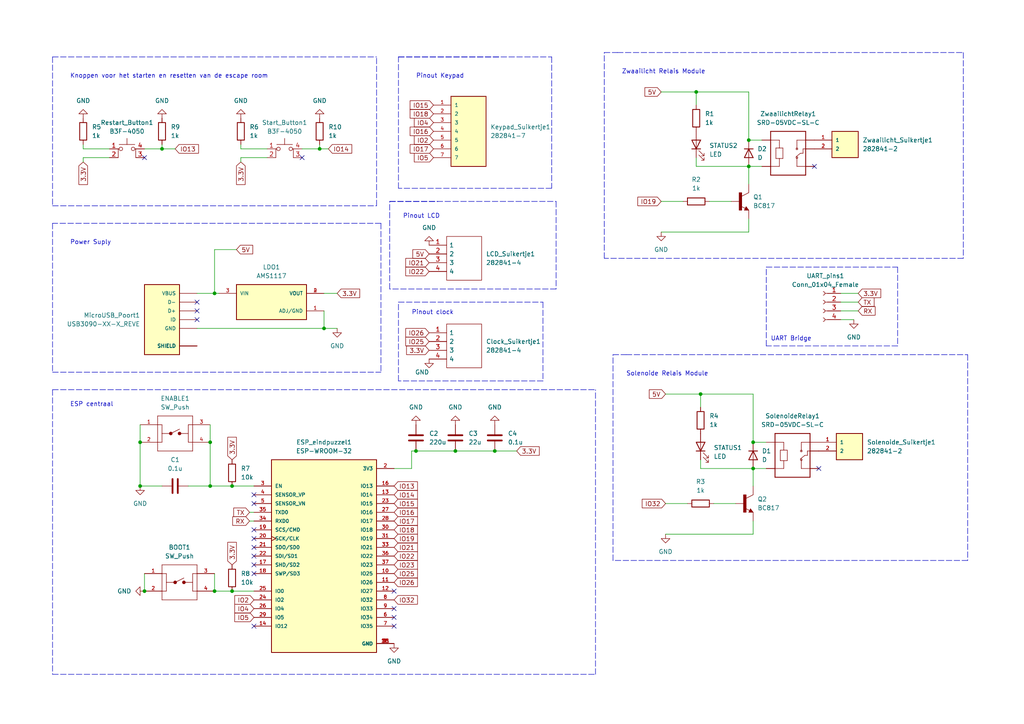
<source format=kicad_sch>
(kicad_sch (version 20211123) (generator eeschema)
  (paper "A4")
  (title_block (title "Eindpuzzel schakeling") (date "2022-03-29") (company "KULeuven") (comment 1 "Bachlorproef 2022"))
  (lib_symbols
    (symbol "282841-2:282841-2" (pin_names (offset 1.016))
      (property "Reference" "J" (at 0 10.16 0))
      (property "Value" "282841-2" (at 0 -7.62 0))
      (symbol "282841-2_0_0"
        (rectangle (start -5.08 -2.54) (end 2.54 5.08) (stroke (width 0.254)) (fill (type background)))
        (pin passive line (at -10.16 2.54 0) (length 5.08) (name "1") (number "1"))
        (pin passive line (at -10.16 0 0) (length 5.08) (name "2") (number "2"))
      )
    )
    (symbol "282841-4:282841-4" (pin_names (offset 0.762))
      (property "Reference" "J" (at 16.51 7.62 0))
      (property "Value" "282841-4" (at 16.51 5.08 0))
      (symbol "282841-4_0_0"
        (pin passive line (at 0 0 0) (length 5.08) (name "1") (number "1"))
        (pin passive line (at 0 -2.54 0) (length 5.08) (name "2") (number "2"))
        (pin passive line (at 0 -5.08 0) (length 5.08) (name "3") (number "3"))
        (pin passive line (at 0 -7.62 0) (length 5.08) (name "4") (number "4"))
      )
      (symbol "282841-4_0_1"
        (polyline (pts (xy 5.08 2.54) (xy 15.24 2.54) (xy 15.24 -10.16) (xy 5.08 -10.16) (xy 5.08 2.54)) (stroke (width 0.1524)))
      )
    )
    (symbol "282841-7:282841-7" (pin_names (offset 1.016))
      (property "Reference" "J" (at -5.588 10.16 0))
      (property "Value" "282841-7" (at -5.08 -12.7 0))
      (symbol "282841-7_0_0"
        (rectangle (start -5.08 -10.16) (end 5.08 10.16) (stroke (width 0.254)) (fill (type background)))
        (pin passive line (at -10.16 7.62 0) (length 5.08) (name "1") (number "1"))
        (pin passive line (at -10.16 5.08 0) (length 5.08) (name "2") (number "2"))
        (pin passive line (at -10.16 2.54 0) (length 5.08) (name "3") (number "3"))
        (pin passive line (at -10.16 0 0) (length 5.08) (name "4") (number "4"))
        (pin passive line (at -10.16 -2.54 0) (length 5.08) (name "5") (number "5"))
        (pin passive line (at -10.16 -5.08 0) (length 5.08) (name "6") (number "6"))
        (pin passive line (at -10.16 -7.62 0) (length 5.08) (name "7") (number "7"))
      )
    )
    (symbol "3-1825910-1:3-1825910-1" (pin_names (offset 1.016) hide)
      (property "Reference" "SW" (at -5.08 5.588 0))
      (property "Value" "3-1825910-1" (at -5.08 -7.62 0))
      (symbol "3-1825910-1_0_0"
        (circle (center -1.27 0) (radius 0.254) (stroke (width 0.508)))
        (polyline (pts (xy -5.08 -5.08) (xy -5.08 -2.54)) (stroke (width 0.1524)))
        (polyline (pts (xy -5.08 -2.54) (xy -5.08 2.54)) (stroke (width 0.1524)))
        (polyline (pts (xy -5.08 2.54) (xy -5.08 5.08)) (stroke (width 0.1524)))
        (polyline (pts (xy -5.08 2.54) (xy -3.81 2.54)) (stroke (width 0.1524)))
        (polyline (pts (xy -5.08 5.08) (xy 5.08 5.08)) (stroke (width 0.1524)))
        (polyline (pts (xy -3.81 -2.54) (xy -5.08 -2.54)) (stroke (width 0.1524)))
        (polyline (pts (xy -3.81 0) (xy -3.81 -2.54)) (stroke (width 0.1524)))
        (polyline (pts (xy -3.81 0) (xy -1.27 0)) (stroke (width 0.1524)))
        (polyline (pts (xy -3.81 2.54) (xy -3.81 0)) (stroke (width 0.1524)))
        (polyline (pts (xy -1.27 0) (xy 1.27 1.27)) (stroke (width 0.1524)))
        (polyline (pts (xy 1.27 0) (xy 3.81 0)) (stroke (width 0.1524)))
        (polyline (pts (xy 3.81 -2.54) (xy 5.08 -2.54)) (stroke (width 0.1524)))
        (polyline (pts (xy 3.81 0) (xy 3.81 -2.54)) (stroke (width 0.1524)))
        (polyline (pts (xy 3.81 0) (xy 3.81 2.54)) (stroke (width 0.1524)))
        (polyline (pts (xy 3.81 2.54) (xy 5.08 2.54)) (stroke (width 0.1524)))
        (polyline (pts (xy 5.08 -5.08) (xy -5.08 -5.08)) (stroke (width 0.1524)))
        (polyline (pts (xy 5.08 -2.54) (xy 5.08 -5.08)) (stroke (width 0.1524)))
        (polyline (pts (xy 5.08 2.54) (xy 5.08 -2.54)) (stroke (width 0.1524)))
        (polyline (pts (xy 5.08 5.08) (xy 5.08 2.54)) (stroke (width 0.1524)))
        (circle (center 1.27 0) (radius 0.254) (stroke (width 0.508)))
        (pin passive line (at -10.16 2.54 0) (length 5.08) (name "~") (number "1"))
        (pin passive line (at -10.16 -2.54 0) (length 5.08) (name "~") (number "2"))
        (pin passive line (at 10.16 2.54 180) (length 5.08) (name "~") (number "3"))
        (pin passive line (at 10.16 -2.54 180) (length 5.08) (name "~") (number "4"))
      )
    )
    (symbol "AMS1117:AMS1117" (pin_names (offset 1.016))
      (property "Reference" "U" (at -10.16 5.588 0))
      (property "Value" "AMS1117" (at -10.16 -8.128 0))
      (symbol "AMS1117_0_0"
        (rectangle (start -10.16 -5.08) (end 10.16 5.08) (stroke (width 0.254)) (fill (type background)))
        (pin power_in line (at 15.24 -2.54 180) (length 5.08) (name "ADJ/GND") (number "1"))
        (pin output line (at 15.24 2.54 180) (length 5.08) (name "VOUT") (number "2"))
        (pin input line (at -15.24 2.54 0) (length 5.08) (name "VIN") (number "3"))
        (pin output line (at 15.24 2.54 180) (length 5.08) (name "VOUT") (number "4"))
      )
    )
    (symbol "BC817:BC817" (pin_numbers hide) (pin_names (offset 1.016) hide)
      (property "Reference" "Q" (at -10.16 7.62 0))
      (property "Value" "BC817" (at -10.16 -7.62 0))
      (symbol "BC817_0_0"
        (rectangle (start -0.254 -2.54) (end 0.508 2.54) (fill (type outline)))
        (polyline (pts (xy 1.27 -2.54) (xy 1.778 -1.524)) (stroke (width 0.1524)))
        (polyline (pts (xy 1.524 -2.413) (xy 2.286 -2.413)) (stroke (width 0.254)))
        (polyline (pts (xy 1.524 -2.286) (xy 1.905 -2.286)) (stroke (width 0.254)))
        (polyline (pts (xy 1.5494 -2.032) (xy 0.3048 -1.4224)) (stroke (width 0.1524)))
        (polyline (pts (xy 1.778 -1.778) (xy 1.524 -2.286)) (stroke (width 0.254)))
        (polyline (pts (xy 1.778 -1.524) (xy 2.54 -2.54)) (stroke (width 0.1524)))
        (polyline (pts (xy 1.905 -2.286) (xy 1.778 -2.032)) (stroke (width 0.254)))
        (polyline (pts (xy 2.286 -2.413) (xy 1.778 -1.778)) (stroke (width 0.254)))
        (polyline (pts (xy 2.54 -2.54) (xy 1.27 -2.54)) (stroke (width 0.1524)))
        (polyline (pts (xy 2.54 2.54) (xy 0.508 1.524)) (stroke (width 0.1524)))
        (pin passive line (at -2.54 0 0) (length 2.54) (name "~") (number "1"))
        (pin passive line (at 2.54 -5.08 90) (length 2.54) (name "~") (number "2"))
        (pin passive line (at 2.54 5.08 270) (length 2.54) (name "~") (number "3"))
      )
    )
    (symbol "Connector:Conn_01x04_Female" (pin_names (offset 1.016) hide)
      (property "Reference" "J" (at 0 5.08 0))
      (property "Value" "Conn_01x04_Female" (at 0 -7.62 0))
      (symbol "Conn_01x04_Female_1_1"
        (arc (start 0 -4.572) (mid -0.508 -5.08) (end 0 -5.588) (stroke (width 0.1524)))
        (arc (start 0 -2.032) (mid -0.508 -2.54) (end 0 -3.048) (stroke (width 0.1524)))
        (polyline (pts (xy -1.27 -5.08) (xy -0.508 -5.08)) (stroke (width 0.1524)))
        (polyline (pts (xy -1.27 -2.54) (xy -0.508 -2.54)) (stroke (width 0.1524)))
        (polyline (pts (xy -1.27 0) (xy -0.508 0)) (stroke (width 0.1524)))
        (polyline (pts (xy -1.27 2.54) (xy -0.508 2.54)) (stroke (width 0.1524)))
        (arc (start 0 0.508) (mid -0.508 0) (end 0 -0.508) (stroke (width 0.1524)))
        (arc (start 0 3.048) (mid -0.508 2.54) (end 0 2.032) (stroke (width 0.1524)))
        (pin passive line (at -5.08 2.54 0) (length 3.81) (name "Pin_1") (number "1"))
        (pin passive line (at -5.08 0 0) (length 3.81) (name "Pin_2") (number "2"))
        (pin passive line (at -5.08 -2.54 0) (length 3.81) (name "Pin_3") (number "3"))
        (pin passive line (at -5.08 -5.08 0) (length 3.81) (name "Pin_4") (number "4"))
      )
    )
    (symbol "Device:C" (pin_numbers hide) (pin_names (offset 0.254))
      (property "Reference" "C" (at 0.635 2.54 0))
      (property "Value" "C" (at 0.635 -2.54 0))
      (symbol "C_0_1"
        (polyline (pts (xy -2.032 -0.762) (xy 2.032 -0.762)) (stroke (width 0.508)))
        (polyline (pts (xy -2.032 0.762) (xy 2.032 0.762)) (stroke (width 0.508)))
      )
      (symbol "C_1_1"
        (pin passive line (at 0 3.81 270) (length 2.794) (name "~") (number "1"))
        (pin passive line (at 0 -3.81 90) (length 2.794) (name "~") (number "2"))
      )
    )
    (symbol "Device:D" (pin_numbers hide) (pin_names (offset 1.016) hide)
      (property "Reference" "D" (at 0 2.54 0))
      (property "Value" "D" (at 0 -2.54 0))
      (symbol "D_0_1"
        (polyline (pts (xy -1.27 1.27) (xy -1.27 -1.27)) (stroke (width 0.254)))
        (polyline (pts (xy 1.27 0) (xy -1.27 0)))
        (polyline (pts (xy 1.27 1.27) (xy 1.27 -1.27) (xy -1.27 0) (xy 1.27 1.27)) (stroke (width 0.254)))
      )
      (symbol "D_1_1"
        (pin passive line (at -3.81 0 0) (length 2.54) (name "K") (number "1"))
        (pin passive line (at 3.81 0 180) (length 2.54) (name "A") (number "2"))
      )
    )
    (symbol "Device:LED" (pin_numbers hide) (pin_names (offset 1.016) hide)
      (property "Reference" "D" (at 0 2.54 0))
      (property "Value" "LED" (at 0 -2.54 0))
      (symbol "LED_0_1"
        (polyline (pts (xy -1.27 -1.27) (xy -1.27 1.27)) (stroke (width 0.254)))
        (polyline (pts (xy -1.27 0) (xy 1.27 0)))
        (polyline (pts (xy 1.27 -1.27) (xy 1.27 1.27) (xy -1.27 0) (xy 1.27 -1.27)) (stroke (width 0.254)))
        (polyline (pts (xy -3.048 -0.762) (xy -4.572 -2.286) (xy -3.81 -2.286) (xy -4.572 -2.286) (xy -4.572 -1.524)))
        (polyline (pts (xy -1.778 -0.762) (xy -3.302 -2.286) (xy -2.54 -2.286) (xy -3.302 -2.286) (xy -3.302 -1.524)))
      )
      (symbol "LED_1_1"
        (pin passive line (at -3.81 0 0) (length 2.54) (name "K") (number "1"))
        (pin passive line (at 3.81 0 180) (length 2.54) (name "A") (number "2"))
      )
    )
    (symbol "Device:R" (pin_numbers hide) (pin_names (offset 0))
      (property "Reference" "R" (at 2.032 0 90))
      (property "Value" "R" (at 0 0 90))
      (symbol "R_0_1"
        (rectangle (start -1.016 -2.54) (end 1.016 2.54) (stroke (width 0.254)))
      )
      (symbol "R_1_1"
        (pin passive line (at 0 3.81 270) (length 1.27) (name "~") (number "1"))
        (pin passive line (at 0 -3.81 90) (length 1.27) (name "~") (number "2"))
      )
    )
    (symbol "ESP-WROOM-32:ESP-WROOM-32" (pin_names (offset 1.016))
      (property "Reference" "U" (at -15.2654 28.4988 0))
      (property "Value" "ESP-WROOM-32" (at -15.2654 -31.0642 0))
      (symbol "ESP-WROOM-32_0_0"
        (rectangle (start -15.24 -27.94) (end 15.24 27.94) (stroke (width 0.254)) (fill (type background)))
        (pin power_in line (at 20.32 -25.4 180) (length 5.08) (name "GND") (number "1"))
        (pin power_in line (at 20.32 -25.4 180) (length 5.08) (name "GND") (number "1.1"))
        (pin bidirectional line (at 20.32 -5.08 180) (length 5.08) (name "IO25") (number "10"))
        (pin bidirectional line (at 20.32 -7.62 180) (length 5.08) (name "IO26") (number "11"))
        (pin bidirectional line (at 20.32 -10.16 180) (length 5.08) (name "IO27") (number "12"))
        (pin bidirectional line (at 20.32 17.78 180) (length 5.08) (name "IO14") (number "13"))
        (pin bidirectional line (at -20.32 -20.32 0) (length 5.08) (name "IO12") (number "14"))
        (pin power_in line (at 20.32 -25.4 180) (length 5.08) (name "GND") (number "15"))
        (pin bidirectional line (at 20.32 20.32 180) (length 5.08) (name "IO13") (number "16"))
        (pin bidirectional line (at -20.32 -2.54 0) (length 5.08) (name "SHD/SD2") (number "17"))
        (pin bidirectional line (at -20.32 -5.08 0) (length 5.08) (name "SWP/SD3") (number "18"))
        (pin bidirectional line (at -20.32 7.62 0) (length 5.08) (name "SCS/CMD") (number "19"))
        (pin power_in line (at 20.32 25.4 180) (length 5.08) (name "3V3") (number "2"))
        (pin bidirectional clock (at -20.32 5.08 0) (length 5.08) (name "SCK/CLK") (number "20"))
        (pin bidirectional line (at -20.32 2.54 0) (length 5.08) (name "SDO/SD0") (number "21"))
        (pin bidirectional line (at -20.32 0 0) (length 5.08) (name "SDI/SD1") (number "22"))
        (pin bidirectional line (at 20.32 15.24 180) (length 5.08) (name "IO15") (number "23"))
        (pin bidirectional line (at -20.32 -12.7 0) (length 5.08) (name "IO2") (number "24"))
        (pin bidirectional line (at -20.32 -10.16 0) (length 5.08) (name "IO0") (number "25"))
        (pin bidirectional line (at -20.32 -15.24 0) (length 5.08) (name "IO4") (number "26"))
        (pin bidirectional line (at 20.32 12.7 180) (length 5.08) (name "IO16") (number "27"))
        (pin bidirectional line (at 20.32 10.16 180) (length 5.08) (name "IO17") (number "28"))
        (pin bidirectional line (at -20.32 -17.78 0) (length 5.08) (name "IO5") (number "29"))
        (pin input line (at -20.32 20.32 0) (length 5.08) (name "EN") (number "3"))
        (pin bidirectional line (at 20.32 7.62 180) (length 5.08) (name "IO18") (number "30"))
        (pin bidirectional line (at 20.32 5.08 180) (length 5.08) (name "IO19") (number "31"))
        (pin bidirectional line (at 20.32 2.54 180) (length 5.08) (name "IO21") (number "33"))
        (pin bidirectional line (at -20.32 10.16 0) (length 5.08) (name "RXD0") (number "34"))
        (pin bidirectional line (at -20.32 12.7 0) (length 5.08) (name "TXD0") (number "35"))
        (pin bidirectional line (at 20.32 0 180) (length 5.08) (name "IO22") (number "36"))
        (pin bidirectional line (at 20.32 -2.54 180) (length 5.08) (name "IO23") (number "37"))
        (pin power_in line (at 20.32 -25.4 180) (length 5.08) (name "GND") (number "38"))
        (pin input line (at -20.32 17.78 0) (length 5.08) (name "SENSOR_VP") (number "4"))
        (pin input line (at -20.32 15.24 0) (length 5.08) (name "SENSOR_VN") (number "5"))
        (pin bidirectional line (at 20.32 -17.78 180) (length 5.08) (name "IO34") (number "6"))
        (pin bidirectional line (at 20.32 -20.32 180) (length 5.08) (name "IO35") (number "7"))
        (pin bidirectional line (at 20.32 -12.7 180) (length 5.08) (name "IO32") (number "8"))
        (pin bidirectional line (at 20.32 -15.24 180) (length 5.08) (name "IO33") (number "9"))
      )
    )
    (symbol "SRD-05VDC-SL-C:SRD-05VDC-SL-C" (pin_numbers hide) (pin_names (offset 1.016) hide)
      (property "Reference" "K" (at -5.08 5.842 0))
      (property "Value" "SRD-05VDC-SL-C" (at -5.08 -10.16 0))
      (symbol "SRD-05VDC-SL-C_0_0"
        (polyline (pts (xy -5.08 -7.62) (xy -5.08 5.08)) (stroke (width 0.254)))
        (polyline (pts (xy -5.08 2.54) (xy -2.54 2.54)) (stroke (width 0.1524)))
        (polyline (pts (xy -5.08 5.08) (xy 5.08 5.08)) (stroke (width 0.254)))
        (polyline (pts (xy -3.556 -2.794) (xy -2.54 -2.794)) (stroke (width 0.1524)))
        (polyline (pts (xy -3.556 0.254) (xy -3.556 -2.794)) (stroke (width 0.1524)))
        (polyline (pts (xy -2.54 -5.08) (xy -5.08 -5.08)) (stroke (width 0.1524)))
        (polyline (pts (xy -2.54 -2.794) (xy -2.54 -5.08)) (stroke (width 0.1524)))
        (polyline (pts (xy -2.54 -2.794) (xy -1.524 -2.794)) (stroke (width 0.1524)))
        (polyline (pts (xy -2.54 0.254) (xy -3.556 0.254)) (stroke (width 0.1524)))
        (polyline (pts (xy -2.54 2.54) (xy -2.54 0.254)) (stroke (width 0.1524)))
        (polyline (pts (xy -1.524 -2.794) (xy -1.524 0.254)) (stroke (width 0.1524)))
        (polyline (pts (xy -1.524 0.254) (xy -2.54 0.254)) (stroke (width 0.1524)))
        (polyline (pts (xy 2.54 -5.08) (xy 5.08 -5.08)) (stroke (width 0.1524)))
        (polyline (pts (xy 2.54 -2.54) (xy 2.54 -5.08)) (stroke (width 0.1524)))
        (polyline (pts (xy 2.54 2.54) (xy 2.54 0)) (stroke (width 0.1524)))
        (polyline (pts (xy 3.556 -1.27) (xy 2.286 -2.286)) (stroke (width 0.1524)))
        (polyline (pts (xy 3.556 -1.27) (xy 4.318 -1.27)) (stroke (width 0.1524)))
        (polyline (pts (xy 4.318 -1.27) (xy 4.318 0)) (stroke (width 0.1524)))
        (polyline (pts (xy 4.318 0) (xy 5.08 0)) (stroke (width 0.1524)))
        (polyline (pts (xy 5.08 -7.62) (xy -5.08 -7.62)) (stroke (width 0.254)))
        (polyline (pts (xy 5.08 0) (xy 5.08 -7.62)) (stroke (width 0.254)))
        (polyline (pts (xy 5.08 2.54) (xy 2.54 2.54)) (stroke (width 0.1524)))
        (polyline (pts (xy 5.08 5.08) (xy 5.08 0)) (stroke (width 0.254)))
        (circle (center 2.54 -2.54) (radius 0.254) (stroke (width 0.1524)))
        (circle (center 2.54 0) (radius 0.254) (stroke (width 0.1524)))
        (pin passive line (at -7.62 2.54 0) (length 2.54) (name "~") (number "A1"))
        (pin passive line (at -7.62 -5.08 0) (length 2.54) (name "~") (number "A2"))
        (pin passive line (at 7.62 0 180) (length 2.54) (name "~") (number "COM"))
        (pin passive line (at 7.62 -5.08 180) (length 2.54) (name "~") (number "NC"))
        (pin passive line (at 7.62 2.54 180) (length 2.54) (name "~") (number "NO"))
      )
    )
    (symbol "Switch:SW_MEC_5E" (pin_names (offset 1.016) hide)
      (property "Reference" "SW" (at 0.635 5.715 0))
      (property "Value" "SW_MEC_5E" (at 0 -3.175 0))
      (symbol "SW_MEC_5E_0_1"
        (circle (center -1.778 2.54) (radius 0.508))
        (polyline (pts (xy -2.286 3.81) (xy 2.286 3.81)))
        (polyline (pts (xy 0 3.81) (xy 0 5.588)))
        (polyline (pts (xy -2.54 0) (xy -2.54 2.54) (xy -2.286 2.54)))
        (polyline (pts (xy 2.54 0) (xy 2.54 2.54) (xy 2.286 2.54)))
        (circle (center 1.778 2.54) (radius 0.508))
        (pin passive line (at -5.08 2.54 0) (length 2.54) (name "1") (number "1"))
        (pin passive line (at -5.08 0 0) (length 2.54) (name "2") (number "2"))
        (pin passive line (at 5.08 0 180) (length 2.54) (name "K") (number "3"))
        (pin passive line (at 5.08 2.54 180) (length 2.54) (name "A") (number "4"))
      )
    )
    (symbol "USB3090-XX-X_REVE:USB3090-XX-X_REVE" (pin_numbers hide) (pin_names (offset 1.016))
      (property "Reference" "J" (at -5.08 10.6934 0))
      (property "Value" "USB3090-XX-X_REVE" (at -5.08 -12.7 0))
      (symbol "USB3090-XX-X_REVE_0_0"
        (rectangle (start -5.08 -10.16) (end 5.08 10.16) (stroke (width 0.254)) (fill (type background)))
        (pin power_in line (at -10.16 7.62 0) (length 5.08) (name "VBUS") (number "1"))
        (pin bidirectional line (at -10.16 5.08 0) (length 5.08) (name "D-") (number "2"))
        (pin bidirectional line (at -10.16 2.54 0) (length 5.08) (name "D+") (number "3"))
        (pin bidirectional line (at -10.16 0 0) (length 5.08) (name "ID") (number "4"))
        (pin power_in line (at -10.16 -2.54 0) (length 5.08) (name "GND") (number "5"))
        (pin power_in line (at -10.16 -7.62 0) (length 5.08) (name "SHIELD") (number "6"))
        (pin power_in line (at -10.16 -7.62 0) (length 5.08) (name "SHIELD") (number "7"))
        (pin power_in line (at -10.16 -7.62 0) (length 5.08) (name "SHIELD") (number "8"))
        (pin power_in line (at -10.16 -7.62 0) (length 5.08) (name "SHIELD") (number "9"))
      )
    )
    (symbol "power:GND" (power) (pin_names (offset 0))
      (property "Value" "GND" (at 0 -3.81 0))
      (symbol "GND_0_1"
        (polyline (pts (xy 0 0) (xy 0 -1.27) (xy 1.27 -1.27) (xy 0 -2.54) (xy -1.27 -1.27) (xy 0 -1.27)))
      )
      (symbol "GND_1_1"
        (pin power_in line (at 0 0 270) (length 0) hide (name "GND") (number "1"))
      )
    )
  )
  (junction (at 62.23 171.45))
  (junction (at 62.23 85.09))
  (junction (at 218.44 135.89))
  (junction (at 93.98 95.25))
  (junction (at 218.44 128.27))
  (junction (at 203.2 114.3))
  (junction (at 60.96 140.97))
  (junction (at 92.71 43.18))
  (junction (at 41.91 171.45))
  (junction (at 67.31 171.45))
  (junction (at 201.93 26.67))
  (junction (at 40.64 128.27))
  (junction (at 217.17 40.64))
  (junction (at 67.31 140.97))
  (junction (at 60.96 128.27))
  (junction (at 120.65 130.81))
  (junction (at 132.08 130.81))
  (junction (at 217.17 48.26))
  (junction (at 143.51 130.81))
  (junction (at 46.99 43.18))
  (junction (at 40.64 140.97))
  (no_connect (at 236.22 48.26))
  (no_connect (at 73.66 143.51))
  (no_connect (at 73.66 146.05))
  (no_connect (at 73.66 153.67))
  (no_connect (at 73.66 156.21))
  (no_connect (at 73.66 158.75))
  (no_connect (at 73.66 161.29))
  (no_connect (at 73.66 163.83))
  (no_connect (at 73.66 166.37))
  (no_connect (at 73.66 181.61))
  (no_connect (at 114.3 181.61))
  (no_connect (at 114.3 179.07))
  (no_connect (at 114.3 176.53))
  (no_connect (at 114.3 171.45))
  (no_connect (at 41.91 45.72))
  (no_connect (at 87.63 45.72))
  (no_connect (at 57.15 92.71))
  (no_connect (at 57.15 87.63))
  (no_connect (at 57.15 90.17))
  (no_connect (at 237.49 135.89))
  (wire (pts (xy 218.44 151.13) (xy 218.44 154.94)))
  (wire (pts (xy 243.84 90.17) (xy 248.92 90.17)))
  (wire (pts (xy 203.2 133.35) (xy 203.2 135.89)))
  (wire (pts (xy 92.71 43.18) (xy 95.25 43.18)))
  (wire (pts (xy 72.39 151.13) (xy 73.66 151.13)))
  (wire (pts (xy 218.44 128.27) (xy 218.44 114.3)))
  (polyline (pts (xy 157.48 110.49) (xy 115.57 110.49)))
  (wire (pts (xy 24.13 43.18) (xy 31.75 43.18)))
  (wire (pts (xy 191.77 67.31) (xy 217.17 67.31)))
  (wire (pts (xy 24.13 45.72) (xy 31.75 45.72)))
  (wire (pts (xy 201.93 26.67) (xy 201.93 30.48)))
  (wire (pts (xy 207.01 146.05) (xy 213.36 146.05)))
  (wire (pts (xy 205.74 58.42) (xy 212.09 58.42)))
  (wire (pts (xy 40.64 128.27) (xy 40.64 140.97)))
  (wire (pts (xy 68.58 72.39) (xy 62.23 72.39)))
  (polyline (pts (xy 115.57 87.63) (xy 157.48 87.63)))
  (polyline (pts (xy 280.67 102.87) (xy 280.67 162.56)))
  (polyline (pts (xy 161.29 58.42) (xy 161.29 83.82)))
  (polyline (pts (xy 109.22 59.69) (xy 109.22 16.51)))
  (polyline (pts (xy 177.8 102.87) (xy 181.61 102.87)))
  (polyline (pts (xy 113.03 83.82) (xy 113.03 58.42)))
  (polyline (pts (xy 222.25 77.47) (xy 260.35 77.47)))
  (wire (pts (xy 93.98 90.17) (xy 93.98 95.25)))
  (wire (pts (xy 57.15 95.25) (xy 93.98 95.25)))
  (wire (pts (xy 24.13 41.91) (xy 24.13 43.18)))
  (wire (pts (xy 69.85 43.18) (xy 77.47 43.18)))
  (wire (pts (xy 57.15 85.09) (xy 62.23 85.09)))
  (wire (pts (xy 62.23 171.45) (xy 67.31 171.45)))
  (polyline (pts (xy 15.24 59.69) (xy 109.22 59.69)))
  (wire (pts (xy 62.23 85.09) (xy 63.5 85.09)))
  (wire (pts (xy 193.04 114.3) (xy 203.2 114.3)))
  (polyline (pts (xy 15.24 113.03) (xy 172.72 113.03)))
  (polyline (pts (xy 260.35 77.47) (xy 260.35 100.33)))
  (polyline (pts (xy 15.24 16.51) (xy 15.24 59.69)))
  (polyline (pts (xy 175.26 15.24) (xy 179.07 15.24)))
  (wire (pts (xy 93.98 85.09) (xy 97.79 85.09)))
  (polyline (pts (xy 115.57 110.49) (xy 115.57 87.63)))
  (polyline (pts (xy 160.02 54.61) (xy 115.57 54.61)))
  (wire (pts (xy 218.44 135.89) (xy 222.25 135.89)))
  (wire (pts (xy 24.13 45.72) (xy 24.13 46.99)))
  (wire (pts (xy 119.38 130.81) (xy 120.65 130.81)))
  (wire (pts (xy 41.91 166.37) (xy 41.91 171.45)))
  (polyline (pts (xy 110.49 64.77) (xy 110.49 107.95)))
  (wire (pts (xy 62.23 166.37) (xy 62.23 171.45)))
  (wire (pts (xy 46.99 41.91) (xy 46.99 43.18)))
  (wire (pts (xy 201.93 26.67) (xy 217.17 26.67)))
  (wire (pts (xy 60.96 123.19) (xy 60.96 128.27)))
  (wire (pts (xy 40.64 123.19) (xy 40.64 128.27)))
  (wire (pts (xy 69.85 45.72) (xy 69.85 46.99)))
  (wire (pts (xy 203.2 135.89) (xy 218.44 135.89)))
  (wire (pts (xy 40.64 140.97) (xy 46.99 140.97)))
  (polyline (pts (xy 115.57 16.51) (xy 160.02 16.51)))
  (polyline (pts (xy 177.8 162.56) (xy 177.8 102.87)))
  (polyline (pts (xy 279.4 74.93) (xy 175.26 74.93)))
  (polyline (pts (xy 115.57 54.61) (xy 115.57 16.51)))
  (polyline (pts (xy 181.61 102.87) (xy 280.67 102.87)))
  (wire (pts (xy 132.08 130.81) (xy 143.51 130.81)))
  (polyline (pts (xy 172.72 195.58) (xy 172.72 113.03)))
  (wire (pts (xy 243.84 92.71) (xy 247.65 92.71)))
  (wire (pts (xy 201.93 48.26) (xy 217.17 48.26)))
  (polyline (pts (xy 113.03 58.42) (xy 127 58.42)))
  (polyline (pts (xy 115.57 16.51) (xy 144.78 16.51)))
  (polyline (pts (xy 15.24 195.58) (xy 172.72 195.58)))
  (wire (pts (xy 46.99 43.18) (xy 50.8 43.18)))
  (wire (pts (xy 203.2 114.3) (xy 203.2 118.11)))
  (polyline (pts (xy 175.26 74.93) (xy 175.26 15.24)))
  (polyline (pts (xy 157.48 87.63) (xy 157.48 110.49)))
  (polyline (pts (xy 15.24 107.95) (xy 110.49 107.95)))
  (polyline (pts (xy 110.49 64.77) (xy 15.24 64.77)))
  (polyline (pts (xy 279.4 15.24) (xy 279.4 74.93)))
  (wire (pts (xy 217.17 63.5) (xy 217.17 67.31)))
  (wire (pts (xy 248.92 85.09) (xy 243.84 85.09)))
  (wire (pts (xy 62.23 72.39) (xy 62.23 85.09)))
  (polyline (pts (xy 160.02 16.51) (xy 160.02 54.61)))
  (wire (pts (xy 201.93 45.72) (xy 201.93 48.26)))
  (wire (pts (xy 92.71 41.91) (xy 92.71 43.18)))
  (wire (pts (xy 93.98 95.25) (xy 97.79 95.25)))
  (wire (pts (xy 60.96 128.27) (xy 60.96 140.97)))
  (wire (pts (xy 67.31 171.45) (xy 73.66 171.45)))
  (polyline (pts (xy 15.24 113.03) (xy 15.24 195.58)))
  (wire (pts (xy 191.77 58.42) (xy 198.12 58.42)))
  (polyline (pts (xy 161.29 83.82) (xy 113.03 83.82)))
  (wire (pts (xy 69.85 45.72) (xy 77.47 45.72)))
  (wire (pts (xy 217.17 40.64) (xy 217.17 26.67)))
  (wire (pts (xy 193.04 146.05) (xy 199.39 146.05)))
  (wire (pts (xy 119.38 130.81) (xy 119.38 135.89)))
  (wire (pts (xy 143.51 130.81) (xy 149.86 130.81)))
  (wire (pts (xy 217.17 48.26) (xy 220.98 48.26)))
  (wire (pts (xy 60.96 140.97) (xy 67.31 140.97)))
  (wire (pts (xy 67.31 140.97) (xy 73.66 140.97)))
  (wire (pts (xy 41.91 43.18) (xy 46.99 43.18)))
  (polyline (pts (xy 15.24 16.51) (xy 109.22 16.51)))
  (polyline (pts (xy 15.24 64.77) (xy 15.24 107.95)))
  (wire (pts (xy 243.84 87.63) (xy 248.92 87.63)))
  (wire (pts (xy 72.39 148.59) (xy 73.66 148.59)))
  (wire (pts (xy 69.85 41.91) (xy 69.85 43.18)))
  (wire (pts (xy 120.65 130.81) (xy 132.08 130.81)))
  (polyline (pts (xy 222.25 100.33) (xy 222.25 77.47)))
  (wire (pts (xy 54.61 140.97) (xy 60.96 140.97)))
  (polyline (pts (xy 179.07 15.24) (xy 279.4 15.24)))
  (wire (pts (xy 191.77 26.67) (xy 201.93 26.67)))
  (polyline (pts (xy 280.67 162.56) (xy 177.8 162.56)))
  (wire (pts (xy 222.25 128.27) (xy 218.44 128.27)))
  (wire (pts (xy 114.3 135.89) (xy 119.38 135.89)))
  (wire (pts (xy 218.44 135.89) (xy 218.44 140.97)))
  (wire (pts (xy 217.17 48.26) (xy 217.17 53.34)))
  (polyline (pts (xy 260.35 100.33) (xy 222.25 100.33)))
  (wire (pts (xy 193.04 154.94) (xy 218.44 154.94)))
  (polyline (pts (xy 113.03 58.42) (xy 161.29 58.42)))
  (wire (pts (xy 220.98 40.64) (xy 217.17 40.64)))
  (wire (pts (xy 87.63 43.18) (xy 92.71 43.18)))
  (wire (pts (xy 203.2 114.3) (xy 218.44 114.3)))
  (text "ESP centraal" (at 20.32 118.11 0) (effects (font (size 1.27 1.27)) (justify left bottom)))
  (text "Power Suply\n" (at 20.32 71.12 0) (effects (font (size 1.27 1.27)) (justify left bottom)))
  (text "Pinout clock" (at 119.38 91.44 0) (effects (font (size 1.27 1.27)) (justify left bottom)))
  (text "Knoppen voor het starten en resetten van de escape room" (at 20.32 22.86 0) (effects (font (size 1.27 1.27)) (justify left bottom)))
  (text "UART Bridge" (at 223.52 99.06 0) (effects (font (size 1.27 1.27)) (justify left bottom)))
  (text "Pinout Keypad\n" (at 120.65 22.86 0) (effects (font (size 1.27 1.27)) (justify left bottom)))
  (text "Pinout LCD\n" (at 116.84 63.5 0) (effects (font (size 1.27 1.27)) (justify left bottom)))
  (text "Zwaailicht Relais Module" (at 180.34 21.59 0) (effects (font (size 1.27 1.27)) (justify left bottom)))
  (text "Solenoide Relais Module" (at 181.61 109.22 0) (effects (font (size 1.27 1.27)) (justify left bottom)))
  (global_label "IO25" (shape input) (at 124.46 99.06 180) (property "Intersheet References" "${INTERSHEET_REFS}" (effects hide)))
  (global_label "IO5" (shape input) (at 73.66 179.07 180) (property "Intersheet References" "${INTERSHEET_REFS}" (effects hide)))
  (global_label "IO32" (shape input) (at 114.3 173.99 0) (property "Intersheet References" "${INTERSHEET_REFS}" (effects hide)))
  (global_label "IO32" (shape input) (at 193.04 146.05 180) (property "Intersheet References" "${INTERSHEET_REFS}" (effects hide)))
  (global_label "IO13" (shape input) (at 50.8 43.18 0) (property "Intersheet References" "${INTERSHEET_REFS}" (effects hide)))
  (global_label "IO19" (shape input) (at 191.77 58.42 180) (property "Intersheet References" "${INTERSHEET_REFS}" (effects hide)))
  (global_label "3.3V" (shape input) (at 248.92 85.09 0) (property "Intersheet References" "${INTERSHEET_REFS}" (effects hide)))
  (global_label "IO18" (shape input) (at 114.3 153.67 0) (property "Intersheet References" "${INTERSHEET_REFS}" (effects hide)))
  (global_label "IO19" (shape input) (at 114.3 156.21 0) (property "Intersheet References" "${INTERSHEET_REFS}" (effects hide)))
  (global_label "IO17" (shape input) (at 125.73 43.18 180) (property "Intersheet References" "${INTERSHEET_REFS}" (effects hide)))
  (global_label "5V" (shape input) (at 193.04 114.3 180) (property "Intersheet References" "${INTERSHEET_REFS}" (effects hide)))
  (global_label "3.3V" (shape input) (at 124.46 101.6 180) (property "Intersheet References" "${INTERSHEET_REFS}" (effects hide)))
  (global_label "IO16" (shape input) (at 114.3 148.59 0) (property "Intersheet References" "${INTERSHEET_REFS}" (effects hide)))
  (global_label "IO15" (shape input) (at 114.3 146.05 0) (property "Intersheet References" "${INTERSHEET_REFS}" (effects hide)))
  (global_label "3.3V" (shape input) (at 67.31 133.35 90) (property "Intersheet References" "${INTERSHEET_REFS}" (effects hide)))
  (global_label "5V" (shape input) (at 68.58 72.39 0) (property "Intersheet References" "${INTERSHEET_REFS}" (effects hide)))
  (global_label "5V" (shape input) (at 124.46 73.66 180) (property "Intersheet References" "${INTERSHEET_REFS}" (effects hide)))
  (global_label "IO14" (shape input) (at 95.25 43.18 0) (property "Intersheet References" "${INTERSHEET_REFS}" (effects hide)))
  (global_label "IO16" (shape input) (at 125.73 38.1 180) (property "Intersheet References" "${INTERSHEET_REFS}" (effects hide)))
  (global_label "IO26" (shape input) (at 114.3 168.91 0) (property "Intersheet References" "${INTERSHEET_REFS}" (effects hide)))
  (global_label "IO14" (shape input) (at 114.3 143.51 0) (property "Intersheet References" "${INTERSHEET_REFS}" (effects hide)))
  (global_label "RX" (shape input) (at 72.39 151.13 180) (property "Intersheet References" "${INTERSHEET_REFS}" (effects hide)))
  (global_label "RX" (shape input) (at 248.92 90.17 0) (property "Intersheet References" "${INTERSHEET_REFS}" (effects hide)))
  (global_label "3.3V" (shape input) (at 97.79 85.09 0) (property "Intersheet References" "${INTERSHEET_REFS}" (effects hide)))
  (global_label "3.3V" (shape input) (at 69.85 46.99 270) (property "Intersheet References" "${INTERSHEET_REFS}" (effects hide)))
  (global_label "IO4" (shape input) (at 125.73 35.56 180) (property "Intersheet References" "${INTERSHEET_REFS}" (effects hide)))
  (global_label "IO25" (shape input) (at 114.3 166.37 0) (property "Intersheet References" "${INTERSHEET_REFS}" (effects hide)))
  (global_label "3.3V" (shape input) (at 149.86 130.81 0) (property "Intersheet References" "${INTERSHEET_REFS}" (effects hide)))
  (global_label "IO23" (shape input) (at 114.3 163.83 0) (property "Intersheet References" "${INTERSHEET_REFS}" (effects hide)))
  (global_label "IO21" (shape input) (at 114.3 158.75 0) (property "Intersheet References" "${INTERSHEET_REFS}" (effects hide)))
  (global_label "IO4" (shape input) (at 73.66 176.53 180) (property "Intersheet References" "${INTERSHEET_REFS}" (effects hide)))
  (global_label "IO21" (shape input) (at 124.46 76.2 180) (property "Intersheet References" "${INTERSHEET_REFS}" (effects hide)))
  (global_label "IO26" (shape input) (at 124.46 96.52 180) (property "Intersheet References" "${INTERSHEET_REFS}" (effects hide)))
  (global_label "IO15" (shape input) (at 125.73 30.48 180) (property "Intersheet References" "${INTERSHEET_REFS}" (effects hide)))
  (global_label "IO2" (shape input) (at 73.66 173.99 180) (property "Intersheet References" "${INTERSHEET_REFS}" (effects hide)))
  (global_label "IO17" (shape input) (at 114.3 151.13 0) (property "Intersheet References" "${INTERSHEET_REFS}" (effects hide)))
  (global_label "IO5" (shape input) (at 125.73 45.72 180) (property "Intersheet References" "${INTERSHEET_REFS}" (effects hide)))
  (global_label "3.3V" (shape input) (at 67.31 163.83 90) (property "Intersheet References" "${INTERSHEET_REFS}" (effects hide)))
  (global_label "3.3V" (shape input) (at 24.13 46.99 270) (property "Intersheet References" "${INTERSHEET_REFS}" (effects hide)))
  (global_label "5V" (shape input) (at 191.77 26.67 180) (property "Intersheet References" "${INTERSHEET_REFS}" (effects hide)))
  (global_label "IO2" (shape input) (at 125.73 40.64 180) (property "Intersheet References" "${INTERSHEET_REFS}" (effects hide)))
  (global_label "IO13" (shape input) (at 114.3 140.97 0) (property "Intersheet References" "${INTERSHEET_REFS}" (effects hide)))
  (global_label "TX" (shape input) (at 248.92 87.63 0) (property "Intersheet References" "${INTERSHEET_REFS}" (effects hide)))
  (global_label "IO22" (shape input) (at 114.3 161.29 0) (property "Intersheet References" "${INTERSHEET_REFS}" (effects hide)))
  (global_label "TX" (shape input) (at 72.39 148.59 180) (property "Intersheet References" "${INTERSHEET_REFS}" (effects hide)))
  (global_label "IO22" (shape input) (at 124.46 78.74 180) (property "Intersheet References" "${INTERSHEET_REFS}" (effects hide)))
  (global_label "IO18" (shape input) (at 125.73 33.02 180) (property "Intersheet References" "${INTERSHEET_REFS}" (effects hide)))
  (symbol (lib_id "Device:R") (at 203.2 146.05 270) (unit 1)
    (property "Reference" "R3" (at 203.2 139.7 90))
    (property "Value" "1k" (at 203.2 142.24 90))
    (property "Footprint" "Resistor_SMD:R_0805_2012Metric_Pad1.20x1.40mm_HandSolder" (effects hide))
  )
  (symbol (lib_id "power:GND") (at 40.64 140.97 0) (mirror y) (unit 1)
    (property "Reference" "#PWR0107" (effects hide))
    (property "Value" "GND" (at 40.64 146.05 0))
  )
  (symbol (lib_id "AMS1117:AMS1117") (at 78.74 87.63 0) (unit 1)
    (property "Reference" "LDO1" (at 78.74 77.47 0))
    (property "Value" "AMS1117" (at 78.74 80.01 0))
    (property "Footprint" "components:SOT229P700X180-4N" (effects hide))
    (property "PARTREV" "N/A" (effects hide))
    (property "MANUFACTURER" "AMS" (effects hide))
    (property "MAXIMUM_PACKAGE_HEIGHT" "1.8mm" (effects hide))
    (property "STANDARD" "IPC-7351B" (effects hide))
  )
  (symbol (lib_id "USB3090-XX-X_REVE:USB3090-XX-X_REVE") (at 46.99 92.71 0) (mirror y) (unit 1)
    (property "Reference" "MicroUSB_Poort1" (at 40.64 91.4399 0) (effects (justify left)))
    (property "Value" "USB3090-XX-X_REVE" (at 40.64 93.9799 0) (effects (justify left)))
    (property "Footprint" "components:GCT_USB3090-XX-X_REVE" (effects hide))
    (property "MANUFACTURER" "GCT" (effects hide))
  )
  (symbol (lib_id "power:GND") (at 191.77 67.31 0) (unit 1)
    (property "Reference" "#PWR0101" (effects hide))
    (property "Value" "GND" (at 191.77 72.39 0))
  )
  (symbol (lib_id "282841-4:282841-4") (at 124.46 71.12 0) (unit 1)
    (property "Reference" "LCD_Suikertje1" (at 140.97 73.6599 0) (effects (justify left)))
    (property "Value" "282841-4" (at 140.97 76.1999 0) (effects (justify left)))
    (property "Footprint" "28241:2828414" (effects hide))
    (property "Datasheet" "https://www.te.com/commerce/DocumentDelivery/DDEController?Action=srchrtrv&DocNm=1-1773458-1_EURO_STYLE_QRG&DocType=Data+Sheet&DocLang=English&PartCntxt=282841-4&DocFormat=pdf" (effects hide))
    (property "Description" "TERMI-BLOK PCB MOUNT 4P. 5" (effects hide))
    (property "Height" "15.2" (effects hide))
    (property "Manufacturer_Name" "TE Connectivity" (effects hide))
    (property "Manufacturer_Part_Number" "282841-4" (effects hide))
    (property "Mouser Part Number" "571-2828414" (effects hide))
    (property "Mouser Price/Stock" "https://www.mouser.co.uk/ProductDetail/TE-Connectivity/282841-4?qs=gdajpSf3VLcTXEQ8wswT9g%3D%3D" (effects hide))
    (property "Arrow Part Number" "282841-4" (effects hide))
    (property "Arrow Price/Stock" "https://www.arrow.com/en/products/282841-4/te-connectivity?region=nac" (effects hide))
  )
  (symbol (lib_id "Device:LED") (at 201.93 41.91 90) (unit 1)
    (property "Reference" "STATUS2" (at 205.74 42.2274 90) (effects (justify right)))
    (property "Value" "LED" (at 205.74 44.7674 90) (effects (justify right)))
    (property "Footprint" "LED_SMD:LED_0805_2012Metric_Pad1.15x1.40mm_HandSolder" (effects hide))
  )
  (symbol (lib_id "282841-7:282841-7") (at 135.89 38.1 0) (unit 1)
    (property "Reference" "Keypad_Suikertje1" (at 142.24 36.8299 0) (effects (justify left)))
    (property "Value" "282841-7" (at 142.24 39.3699 0) (effects (justify left)))
    (property "Footprint" "components:TE_282841-7" (effects hide))
    (property "Comment" "282841-7" (effects hide))
  )
  (symbol (lib_id "power:GND") (at 46.99 34.29 180) (unit 1)
    (property "Reference" "#PWR0114" (effects hide))
    (property "Value" "GND" (at 46.99 29.21 0))
  )
  (symbol (lib_id "power:GND") (at 92.71 34.29 180) (unit 1)
    (property "Reference" "#PWR0115" (effects hide))
    (property "Value" "GND" (at 92.71 29.21 0))
  )
  (symbol (lib_id "BC817:BC817") (at 215.9 146.05 0) (unit 1)
    (property "Reference" "Q2" (at 219.71 144.7799 0) (effects (justify left)))
    (property "Value" "BC817" (at 219.71 147.3199 0) (effects (justify left)))
    (property "Footprint" "components:SOT95P230X110-3N" (effects hide))
    (property "PARTREV" "7" (effects hide))
    (property "MANUFACTURER" "Nexperia" (effects hide))
    (property "MAXIMUM_PACKAGE_HEIGHT" "1.1 mm" (effects hide))
    (property "STANDARD" "IPC 7351B" (effects hide))
  )
  (symbol (lib_id "Device:D") (at 217.17 44.45 270) (unit 1)
    (property "Reference" "D2" (at 219.71 43.1799 90) (effects (justify left)))
    (property "Value" "D" (at 219.71 45.7199 90) (effects (justify left)))
    (property "Footprint" "LED_SMD:LED_0603_1608Metric_Pad1.05x0.95mm_HandSolder" (effects hide))
  )
  (symbol (lib_id "Device:R") (at 67.31 167.64 0) (unit 1)
    (property "Reference" "R8" (at 69.85 166.3699 0) (effects (justify left)))
    (property "Value" "10k" (at 69.85 168.9099 0) (effects (justify left)))
    (property "Footprint" "Resistor_SMD:R_0805_2012Metric_Pad1.20x1.40mm_HandSolder" (effects hide))
  )
  (symbol (lib_id "power:GND") (at 97.79 95.25 0) (unit 1)
    (property "Reference" "#PWR0103" (effects hide))
    (property "Value" "GND" (at 97.79 100.33 0))
  )
  (symbol (lib_id "3-1825910-1:3-1825910-1") (at 50.8 125.73 0) (unit 1)
    (property "Reference" "ENABLE1" (at 50.8 115.57 0))
    (property "Value" "SW_Push" (at 50.8 118.11 0))
    (property "Footprint" "components:TE_3-1825910-1" (effects hide))
    (property "EU_RoHS_Compliance" "Compliant" (effects hide))
    (property "Comment" "3-1825910-1" (effects hide))
  )
  (symbol (lib_id "Device:LED") (at 203.2 129.54 90) (unit 1)
    (property "Reference" "STATUS1" (at 207.01 129.8574 90) (effects (justify right)))
    (property "Value" "LED" (at 207.01 132.3974 90) (effects (justify right)))
    (property "Footprint" "LED_SMD:LED_0805_2012Metric_Pad1.15x1.40mm_HandSolder" (effects hide))
  )
  (symbol (lib_id "power:GND") (at 124.46 71.12 180) (unit 1)
    (property "Reference" "#PWR0105" (effects hide))
    (property "Value" "GND" (at 124.46 66.04 0))
  )
  (symbol (lib_id "3-1825910-1:3-1825910-1") (at 52.07 168.91 0) (unit 1)
    (property "Reference" "BOOT1" (at 52.07 158.75 0))
    (property "Value" "SW_Push" (at 52.07 161.29 0))
    (property "Footprint" "components:TE_3-1825910-1" (effects hide))
    (property "EU_RoHS_Compliance" "Compliant" (effects hide))
    (property "Comment" "3-1825910-1" (effects hide))
  )
  (symbol (lib_id "Device:R") (at 203.2 121.92 0) (unit 1)
    (property "Reference" "R4" (at 205.74 120.6499 0) (effects (justify left)))
    (property "Value" "1k" (at 205.74 123.1899 0) (effects (justify left)))
    (property "Footprint" "Resistor_SMD:R_0805_2012Metric_Pad1.20x1.40mm_HandSolder" (effects hide))
  )
  (symbol (lib_id "Device:C") (at 143.51 127 0) (unit 1)
    (property "Reference" "C4" (at 147.32 125.7299 0) (effects (justify left)))
    (property "Value" "0.1u" (at 147.32 128.2699 0) (effects (justify left)))
    (property "Footprint" "Capacitor_SMD:C_0805_2012Metric_Pad1.18x1.45mm_HandSolder" (effects hide))
  )
  (symbol (lib_id "SRD-05VDC-SL-C:SRD-05VDC-SL-C") (at 228.6 43.18 0) (unit 1)
    (property "Reference" "ZwaailichtRelay1" (at 228.6 33.02 0))
    (property "Value" "SRD-05VDC-SL-C" (at 228.6 35.56 0))
    (property "Footprint" "components:RELAY_SRD-05VDC-SL-C" (effects hide))
    (property "STANDARD" "IPC-7251" (effects hide))
    (property "MANUFACTURER" "SONGLE RELAY" (effects hide))
  )
  (symbol (lib_id "Switch:SW_MEC_5E") (at 82.55 45.72 0) (unit 1)
    (property "Reference" "Start_Button1" (at 82.55 35.56 0))
    (property "Value" "B3F-4050" (at 82.55 38.1 0))
    (property "Footprint" "components:SW_B3F-4050" (effects hide))
    (property "Datasheet" "http://www.apem.com/int/index.php?controller=attachment&id_attachment=1371" (effects hide))
  )
  (symbol (lib_id "power:GND") (at 114.3 186.69 0) (unit 1)
    (property "Reference" "#PWR0106" (effects hide))
    (property "Value" "GND" (at 114.3 191.77 0))
  )
  (symbol (lib_id "Switch:SW_MEC_5E") (at 36.83 45.72 0) (unit 1)
    (property "Reference" "Restart_Button1" (at 36.83 35.56 0))
    (property "Value" "B3F-4050" (at 36.83 38.1 0))
    (property "Footprint" "components:SW_B3F-4050" (effects hide))
    (property "Datasheet" "http://www.apem.com/int/index.php?controller=attachment&id_attachment=1371" (effects hide))
  )
  (symbol (lib_id "power:GND") (at 143.51 123.19 180) (unit 1)
    (property "Reference" "#PWR0110" (effects hide))
    (property "Value" "GND" (at 143.51 118.11 0))
  )
  (symbol (lib_id "Device:R") (at 46.99 38.1 0) (unit 1)
    (property "Reference" "R9" (at 49.53 36.8299 0) (effects (justify left)))
    (property "Value" "1k" (at 49.53 39.3699 0) (effects (justify left)))
    (property "Footprint" "Resistor_SMD:R_0805_2012Metric_Pad1.20x1.40mm_HandSolder" (effects hide))
  )
  (symbol (lib_id "Device:C") (at 120.65 127 0) (unit 1)
    (property "Reference" "C2" (at 124.46 125.7299 0) (effects (justify left)))
    (property "Value" "220u" (at 124.46 128.2699 0) (effects (justify left)))
    (property "Footprint" "Capacitor_SMD:CP_Elec_6.3x7.7" (effects hide))
  )
  (symbol (lib_id "BC817:BC817") (at 214.63 58.42 0) (unit 1)
    (property "Reference" "Q1" (at 218.44 57.1499 0) (effects (justify left)))
    (property "Value" "BC817" (at 218.44 59.6899 0) (effects (justify left)))
    (property "Footprint" "components:SOT95P230X110-3N" (effects hide))
    (property "PARTREV" "7" (effects hide))
    (property "MANUFACTURER" "Nexperia" (effects hide))
    (property "MAXIMUM_PACKAGE_HEIGHT" "1.1 mm" (effects hide))
    (property "STANDARD" "IPC 7351B" (effects hide))
  )
  (symbol (lib_id "Device:C") (at 132.08 127 0) (unit 1)
    (property "Reference" "C3" (at 135.89 125.7299 0) (effects (justify left)))
    (property "Value" "22u" (at 135.89 128.2699 0) (effects (justify left)))
    (property "Footprint" "Capacitor_SMD:C_0805_2012Metric_Pad1.18x1.45mm_HandSolder" (effects hide))
  )
  (symbol (lib_id "Device:R") (at 92.71 38.1 0) (unit 1)
    (property "Reference" "R10" (at 95.25 36.8299 0) (effects (justify left)))
    (property "Value" "1k" (at 95.25 39.3699 0) (effects (justify left)))
    (property "Footprint" "Resistor_SMD:R_0805_2012Metric_Pad1.20x1.40mm_HandSolder" (effects hide))
  )
  (symbol (lib_id "Device:R") (at 69.85 38.1 0) (unit 1)
    (property "Reference" "R6" (at 72.39 36.8299 0) (effects (justify left)))
    (property "Value" "1k" (at 72.39 39.3699 0) (effects (justify left)))
    (property "Footprint" "Resistor_SMD:R_0805_2012Metric_Pad1.20x1.40mm_HandSolder" (effects hide))
  )
  (symbol (lib_id "282841-2:282841-2") (at 246.38 43.18 0) (unit 1)
    (property "Reference" "Zwaailicht_Suikertje1" (at 250.19 40.6399 0) (effects (justify left)))
    (property "Value" "282841-2" (at 250.19 43.1799 0) (effects (justify left)))
    (property "Footprint" "components:TE_282841-2" (effects hide))
    (property "Comment" "282841-2" (effects hide))
    (property "EU_RoHS_Compliance" "Compliant with Exemptions" (effects hide))
  )
  (symbol (lib_id "power:GND") (at 124.46 104.14 0) (unit 1)
    (property "Reference" "#PWR0104" (effects hide))
    (property "Value" "GND" (at 124.4599 107.95 0) (effects (justify right)))
  )
  (symbol (lib_id "power:GND") (at 69.85 34.29 180) (unit 1)
    (property "Reference" "#PWR0109" (effects hide))
    (property "Value" "GND" (at 69.85 29.21 0))
  )
  (symbol (lib_id "Device:R") (at 201.93 58.42 270) (unit 1)
    (property "Reference" "R2" (at 201.93 52.07 90))
    (property "Value" "1k" (at 201.93 54.61 90))
    (property "Footprint" "Resistor_SMD:R_0805_2012Metric_Pad1.20x1.40mm_HandSolder" (effects hide))
  )
  (symbol (lib_id "power:GND") (at 120.65 123.19 180) (unit 1)
    (property "Reference" "#PWR0111" (effects hide))
    (property "Value" "GND" (at 120.65 118.11 0))
  )
  (symbol (lib_id "power:GND") (at 247.65 92.71 0) (unit 1)
    (property "Reference" "#PWR0116" (effects hide))
    (property "Value" "GND" (at 247.65 97.79 0))
  )
  (symbol (lib_id "power:GND") (at 132.08 123.19 180) (unit 1)
    (property "Reference" "#PWR0112" (effects hide))
    (property "Value" "GND" (at 132.08 118.11 0))
  )
  (symbol (lib_id "Device:R") (at 24.13 38.1 0) (unit 1)
    (property "Reference" "R5" (at 26.67 36.8299 0) (effects (justify left)))
    (property "Value" "1k" (at 26.67 39.3699 0) (effects (justify left)))
    (property "Footprint" "Resistor_SMD:R_0805_2012Metric_Pad1.20x1.40mm_HandSolder" (effects hide))
  )
  (symbol (lib_id "Connector:Conn_01x04_Female") (at 238.76 87.63 0) (mirror y) (unit 1)
    (property "Reference" "UART_pins1" (at 239.395 80.01 0))
    (property "Value" "Conn_01x04_Female" (at 239.395 82.55 0))
    (property "Footprint" "Connector_PinSocket_2.54mm:PinSocket_1x04_P2.54mm_Vertical" (effects hide))
  )
  (symbol (lib_id "282841-4:282841-4") (at 124.46 96.52 0) (unit 1)
    (property "Reference" "Clock_Suikertje1" (at 140.97 99.0599 0) (effects (justify left)))
    (property "Value" "282841-4" (at 140.97 101.5999 0) (effects (justify left)))
    (property "Footprint" "28241:2828414" (effects hide))
    (property "Datasheet" "https://www.te.com/commerce/DocumentDelivery/DDEController?Action=srchrtrv&DocNm=1-1773458-1_EURO_STYLE_QRG&DocType=Data+Sheet&DocLang=English&PartCntxt=282841-4&DocFormat=pdf" (effects hide))
    (property "Description" "TERMI-BLOK PCB MOUNT 4P. 5" (effects hide))
    (property "Height" "15.2" (effects hide))
    (property "Manufacturer_Name" "TE Connectivity" (effects hide))
    (property "Manufacturer_Part_Number" "282841-4" (effects hide))
    (property "Mouser Part Number" "571-2828414" (effects hide))
    (property "Mouser Price/Stock" "https://www.mouser.co.uk/ProductDetail/TE-Connectivity/282841-4?qs=gdajpSf3VLcTXEQ8wswT9g%3D%3D" (effects hide))
    (property "Arrow Part Number" "282841-4" (effects hide))
    (property "Arrow Price/Stock" "https://www.arrow.com/en/products/282841-4/te-connectivity?region=nac" (effects hide))
  )
  (symbol (lib_id "power:GND") (at 193.04 154.94 0) (unit 1)
    (property "Reference" "#PWR0102" (effects hide))
    (property "Value" "GND" (at 193.04 160.02 0))
  )
  (symbol (lib_id "Device:C") (at 50.8 140.97 90) (unit 1)
    (property "Reference" "C1" (at 50.8 133.35 90))
    (property "Value" "0.1u" (at 50.8 135.89 90))
    (property "Footprint" "Capacitor_SMD:C_0805_2012Metric_Pad1.18x1.45mm_HandSolder" (effects hide))
  )
  (symbol (lib_id "Device:D") (at 218.44 132.08 270) (unit 1)
    (property "Reference" "D1" (at 220.98 130.8099 90) (effects (justify left)))
    (property "Value" "D" (at 220.98 133.3499 90) (effects (justify left)))
    (property "Footprint" "LED_SMD:LED_0603_1608Metric_Pad1.05x0.95mm_HandSolder" (effects hide))
  )
  (symbol (lib_id "power:GND") (at 24.13 34.29 180) (unit 1)
    (property "Reference" "#PWR0108" (effects hide))
    (property "Value" "GND" (at 24.13 29.21 0))
  )
  (symbol (lib_id "282841-2:282841-2") (at 247.65 130.81 0) (unit 1)
    (property "Reference" "Solenoide_Suikertje1" (at 251.46 128.2699 0) (effects (justify left)))
    (property "Value" "282841-2" (at 251.46 130.8099 0) (effects (justify left)))
    (property "Footprint" "components:TE_282841-2" (effects hide))
    (property "Comment" "282841-2" (effects hide))
    (property "EU_RoHS_Compliance" "Compliant with Exemptions" (effects hide))
  )
  (symbol (lib_id "SRD-05VDC-SL-C:SRD-05VDC-SL-C") (at 229.87 130.81 0) (unit 1)
    (property "Reference" "SolenoideRelay1" (at 229.87 120.65 0))
    (property "Value" "SRD-05VDC-SL-C" (at 229.87 123.19 0))
    (property "Footprint" "components:RELAY_SRD-05VDC-SL-C" (effects hide))
    (property "STANDARD" "IPC-7251" (effects hide))
    (property "MANUFACTURER" "SONGLE RELAY" (effects hide))
  )
  (symbol (lib_id "power:GND") (at 41.91 171.45 270) (unit 1)
    (property "Reference" "#PWR0113" (effects hide))
    (property "Value" "GND" (at 38.1 171.4499 90) (effects (justify right)))
  )
  (symbol (lib_id "ESP-WROOM-32:ESP-WROOM-32") (at 93.98 161.29 0) (unit 1)
    (property "Reference" "ESP_eindpuzzel1" (at 93.98 128.27 0))
    (property "Value" "ESP-WROOM-32" (at 93.98 130.81 0))
    (property "Footprint" "components:MODULE_ESP-WROOM-32" (effects hide))
    (property "PRICE" "4.57 USD" (effects hide))
    (property "PACKAGE" "Module Espressif Systems" (effects hide))
    (property "MF" "Olimex LTD" (effects hide))
    (property "AVAILABILITY" "Warning" (effects hide))
    (property "DESCRIPTION" "Module: combo; GPIO, I2C x2, I2S x2, SDIO, SPI x3, UART x3; 19.5dBm" (effects hide))
    (property "MP" "ESP-WROOM-32" (effects hide))
  )
  (symbol (lib_id "Device:R") (at 67.31 137.16 180) (unit 1)
    (property "Reference" "R7" (at 69.85 135.8899 0) (effects (justify right)))
    (property "Value" "10k" (at 69.85 138.4299 0) (effects (justify right)))
    (property "Footprint" "Resistor_SMD:R_0805_2012Metric_Pad1.20x1.40mm_HandSolder" (effects hide))
  )
  (symbol (lib_id "Device:R") (at 201.93 34.29 0) (unit 1)
    (property "Reference" "R1" (at 204.47 33.0199 0) (effects (justify left)))
    (property "Value" "1k" (at 204.47 35.5599 0) (effects (justify left)))
    (property "Footprint" "Resistor_SMD:R_0805_2012Metric_Pad1.20x1.40mm_HandSolder" (effects hide))
  )
)
</source>
